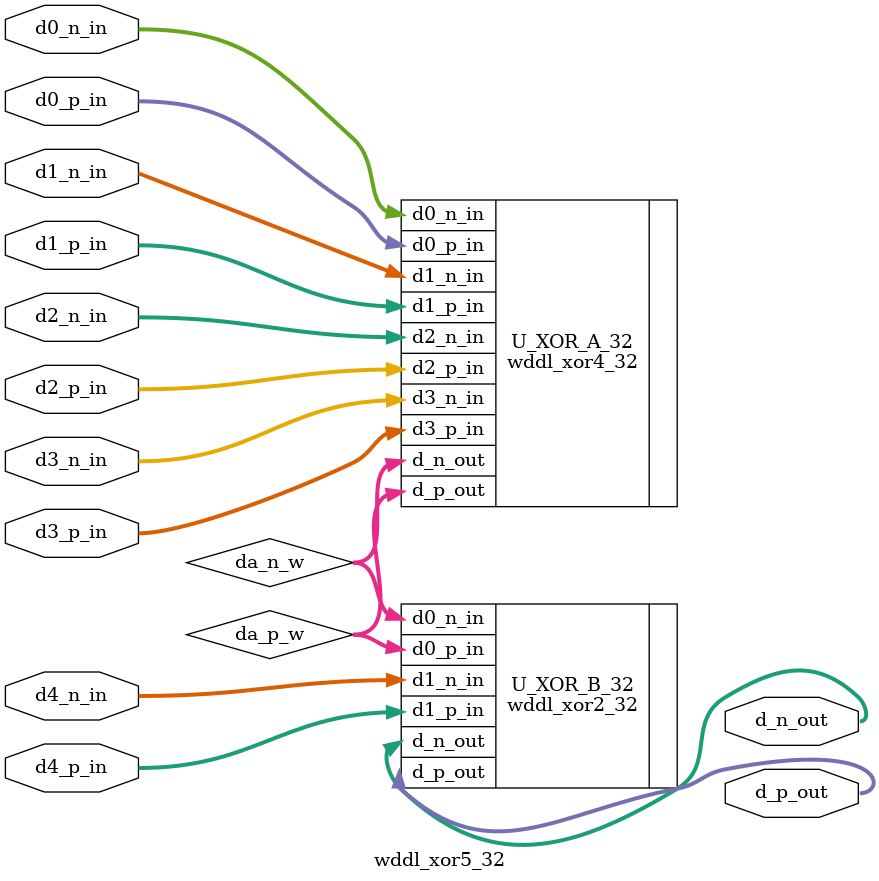
<source format=v>
module  wddl_xor5_32
(
 d0_p_in
,d0_n_in
,d1_p_in
,d1_n_in
,d2_p_in
,d2_n_in
,d3_p_in
,d3_n_in
,d4_p_in
,d4_n_in
,d_p_out
,d_n_out
);


input   [31 : 0]   d0_p_in, d0_n_in;
input   [31 : 0]   d1_p_in, d1_n_in;
input   [31 : 0]   d2_p_in, d2_n_in;
input   [31 : 0]   d3_p_in, d3_n_in;
input   [31 : 0]   d4_p_in, d4_n_in;
output  [31 : 0]   d_p_out, d_n_out;

wire    [31 : 0]   da_p_w, da_n_w;



wddl_xor4_32  U_XOR_A_32
(
 .d0_p_in   ( d0_p_in   )
,.d0_n_in   ( d0_n_in   )
,.d1_p_in   ( d1_p_in   )
,.d1_n_in   ( d1_n_in   )
,.d2_p_in   ( d2_p_in   )
,.d2_n_in   ( d2_n_in   )
,.d3_p_in   ( d3_p_in   )
,.d3_n_in   ( d3_n_in   )

,.d_p_out   ( da_p_w    )
,.d_n_out   ( da_n_w    )

);


wddl_xor2_32   U_XOR_B_32
(
 .d0_p_in   ( da_p_w   )
,.d0_n_in   ( da_n_w   )
,.d1_p_in   ( d4_p_in   )
,.d1_n_in   ( d4_n_in   )
,.d_p_out   ( d_p_out    )
,.d_n_out   ( d_n_out    )
);


endmodule

</source>
